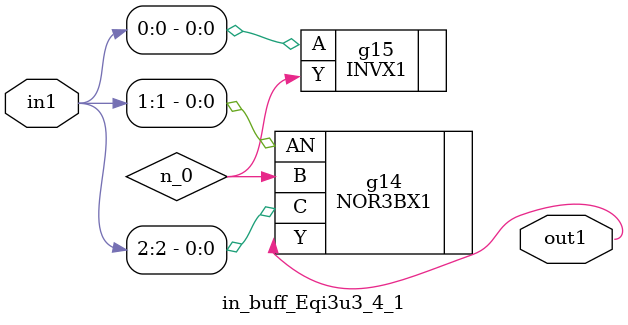
<source format=v>
`timescale 1ps / 1ps


module in_buff_Eqi3u3_4_1(in1, out1);
  input [2:0] in1;
  output out1;
  wire [2:0] in1;
  wire out1;
  wire n_0;
  NOR3BX1 g14(.AN (in1[1]), .B (n_0), .C (in1[2]), .Y (out1));
  INVX1 g15(.A (in1[0]), .Y (n_0));
endmodule



</source>
